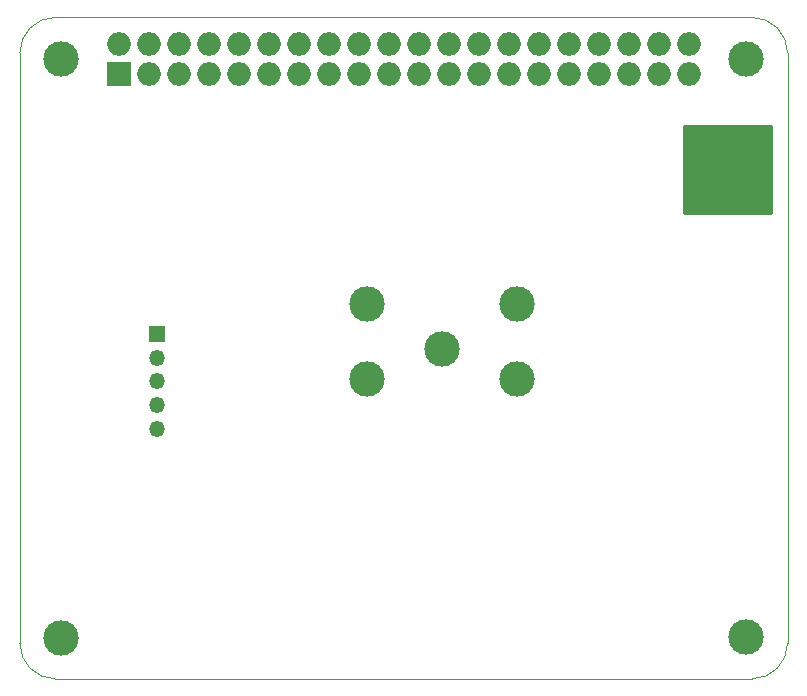
<source format=gbr>
G04 #@! TF.GenerationSoftware,KiCad,Pcbnew,(5.1.9)-1*
G04 #@! TF.CreationDate,2021-05-07T09:47:05-04:00*
G04 #@! TF.ProjectId,pigha,70696768-612e-46b6-9963-61645f706362,rev?*
G04 #@! TF.SameCoordinates,Original*
G04 #@! TF.FileFunction,Copper,L2,Bot*
G04 #@! TF.FilePolarity,Positive*
%FSLAX46Y46*%
G04 Gerber Fmt 4.6, Leading zero omitted, Abs format (unit mm)*
G04 Created by KiCad (PCBNEW (5.1.9)-1) date 2021-05-07 09:47:05*
%MOMM*%
%LPD*%
G01*
G04 APERTURE LIST*
G04 #@! TA.AperFunction,Profile*
%ADD10C,0.100000*%
G04 #@! TD*
G04 #@! TA.AperFunction,ComponentPad*
%ADD11R,2.000000X2.000000*%
G04 #@! TD*
G04 #@! TA.AperFunction,ComponentPad*
%ADD12O,2.000000X2.000000*%
G04 #@! TD*
G04 #@! TA.AperFunction,WasherPad*
%ADD13C,3.000000*%
G04 #@! TD*
G04 #@! TA.AperFunction,ComponentPad*
%ADD14O,1.350000X1.350000*%
G04 #@! TD*
G04 #@! TA.AperFunction,ComponentPad*
%ADD15R,1.350000X1.350000*%
G04 #@! TD*
G04 #@! TA.AperFunction,Conductor*
%ADD16C,0.250000*%
G04 #@! TD*
%ADD17C,0.254000*%
%ADD18C,0.100000*%
G04 APERTURE END LIST*
D10*
X143546351Y-113822847D02*
X143546356Y-63817611D01*
X78546356Y-63817611D02*
X78546356Y-113817611D01*
X78546356Y-63817611D02*
G75*
G02*
X81546356Y-60817611I3000000J0D01*
G01*
X140546356Y-60817611D02*
X81546356Y-60817611D01*
X140546356Y-60817611D02*
G75*
G02*
X143546356Y-63817611I0J-3000000D01*
G01*
X143546351Y-113822847D02*
X143546351Y-113822847D01*
X81546356Y-116817611D02*
G75*
G02*
X78546356Y-113817611I0J3000000D01*
G01*
X81546356Y-116817611D02*
X140546356Y-116817611D01*
X143546351Y-113822847D02*
G75*
G02*
X140546356Y-116817611I-2999995J5236D01*
G01*
D11*
X86920000Y-65590000D03*
D12*
X86920000Y-63050000D03*
X89460000Y-65590000D03*
X89460000Y-63050000D03*
X92000000Y-65590000D03*
X92000000Y-63050000D03*
X94540000Y-65590000D03*
X94540000Y-63050000D03*
X97080000Y-65590000D03*
X97080000Y-63050000D03*
X99620000Y-65590000D03*
X99620000Y-63050000D03*
X102160000Y-65590000D03*
X102160000Y-63050000D03*
X104700000Y-65590000D03*
X104700000Y-63050000D03*
X107240000Y-65590000D03*
X107240000Y-63050000D03*
X109780000Y-65590000D03*
X109780000Y-63050000D03*
X112320000Y-65590000D03*
X112320000Y-63050000D03*
X114860000Y-65590000D03*
X114860000Y-63050000D03*
X117400000Y-65590000D03*
X117400000Y-63050000D03*
X119940000Y-65590000D03*
X119940000Y-63050000D03*
X122480000Y-65590000D03*
X122480000Y-63050000D03*
X125020000Y-65590000D03*
X125020000Y-63050000D03*
X127560000Y-65590000D03*
X127560000Y-63050000D03*
X130100000Y-65590000D03*
X130100000Y-63050000D03*
X132640000Y-65590000D03*
X132640000Y-63050000D03*
X135180000Y-65590000D03*
X135180000Y-63050000D03*
D13*
X107950000Y-91440000D03*
X107950000Y-85090000D03*
X120650000Y-91440000D03*
X120650000Y-85090000D03*
D14*
X90170000Y-95630000D03*
X90170000Y-93630000D03*
X90170000Y-91630000D03*
X90170000Y-89630000D03*
D15*
X90170000Y-87630000D03*
D13*
X114300000Y-88900000D03*
X82040000Y-64310000D03*
X140040000Y-64330000D03*
X82040000Y-113320000D03*
X140030000Y-113310000D03*
D16*
X119940000Y-66060000D02*
X119940000Y-65590000D01*
D17*
X142113000Y-77343000D02*
X134747000Y-77343000D01*
X134747000Y-69977000D01*
X142113000Y-69977000D01*
X142113000Y-77343000D01*
D18*
G36*
X142113000Y-77343000D02*
G01*
X134747000Y-77343000D01*
X134747000Y-69977000D01*
X142113000Y-69977000D01*
X142113000Y-77343000D01*
G37*
M02*

</source>
